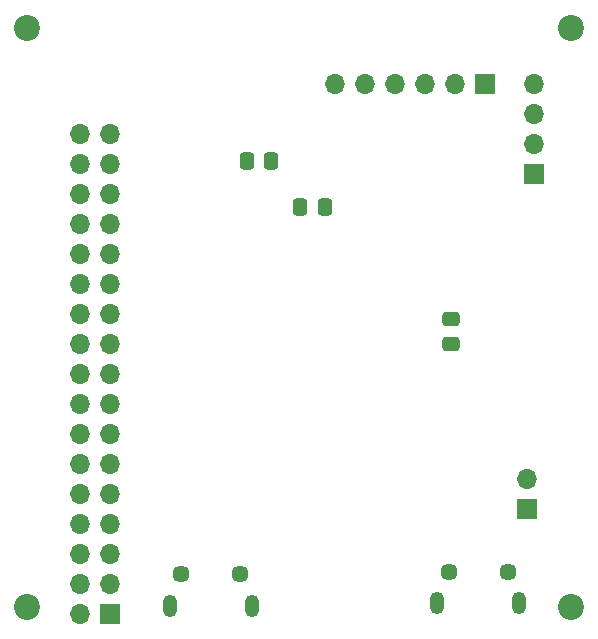
<source format=gbr>
%TF.GenerationSoftware,KiCad,Pcbnew,9.0.0*%
%TF.CreationDate,2025-03-28T00:35:08-07:00*%
%TF.ProjectId,stm32f429vit6_v1,73746d33-3266-4343-9239-766974365f76,rev?*%
%TF.SameCoordinates,Original*%
%TF.FileFunction,Soldermask,Bot*%
%TF.FilePolarity,Negative*%
%FSLAX46Y46*%
G04 Gerber Fmt 4.6, Leading zero omitted, Abs format (unit mm)*
G04 Created by KiCad (PCBNEW 9.0.0) date 2025-03-28 00:35:08*
%MOMM*%
%LPD*%
G01*
G04 APERTURE LIST*
G04 Aperture macros list*
%AMRoundRect*
0 Rectangle with rounded corners*
0 $1 Rounding radius*
0 $2 $3 $4 $5 $6 $7 $8 $9 X,Y pos of 4 corners*
0 Add a 4 corners polygon primitive as box body*
4,1,4,$2,$3,$4,$5,$6,$7,$8,$9,$2,$3,0*
0 Add four circle primitives for the rounded corners*
1,1,$1+$1,$2,$3*
1,1,$1+$1,$4,$5*
1,1,$1+$1,$6,$7*
1,1,$1+$1,$8,$9*
0 Add four rect primitives between the rounded corners*
20,1,$1+$1,$2,$3,$4,$5,0*
20,1,$1+$1,$4,$5,$6,$7,0*
20,1,$1+$1,$6,$7,$8,$9,0*
20,1,$1+$1,$8,$9,$2,$3,0*%
G04 Aperture macros list end*
%ADD10R,1.700000X1.700000*%
%ADD11O,1.700000X1.700000*%
%ADD12C,2.200000*%
%ADD13O,1.200000X1.900000*%
%ADD14C,1.450000*%
%ADD15RoundRect,0.250000X0.337500X0.475000X-0.337500X0.475000X-0.337500X-0.475000X0.337500X-0.475000X0*%
%ADD16RoundRect,0.250000X0.475000X-0.337500X0.475000X0.337500X-0.475000X0.337500X-0.475000X-0.337500X0*%
%ADD17RoundRect,0.250000X-0.337500X-0.475000X0.337500X-0.475000X0.337500X0.475000X-0.337500X0.475000X0*%
G04 APERTURE END LIST*
D10*
%TO.C,J6*%
X163000000Y-104610000D03*
D11*
X160460000Y-104610000D03*
X163000000Y-102070000D03*
X160460000Y-102070000D03*
X163000000Y-99530000D03*
X160460000Y-99530000D03*
X163000000Y-96990000D03*
X160460000Y-96990000D03*
X163000000Y-94450000D03*
X160460000Y-94450000D03*
X163000000Y-91910000D03*
X160460000Y-91910000D03*
X163000000Y-89370000D03*
X160460000Y-89370000D03*
X163000000Y-86830000D03*
X160460000Y-86830000D03*
X163000000Y-84290000D03*
X160460000Y-84290000D03*
X163000000Y-81750000D03*
X160460000Y-81750000D03*
X163000000Y-79210000D03*
X160460000Y-79210000D03*
X163000000Y-76670000D03*
X160460000Y-76670000D03*
X163000000Y-74130000D03*
X160460000Y-74130000D03*
X163000000Y-71590000D03*
X160460000Y-71590000D03*
X163000000Y-69050000D03*
X160460000Y-69050000D03*
X163000000Y-66510000D03*
X160460000Y-66510000D03*
X163000000Y-63970000D03*
X160460000Y-63970000D03*
%TD*%
D12*
%TO.C,H4*%
X156000000Y-104000000D03*
%TD*%
%TO.C,H3*%
X156000000Y-55000000D03*
%TD*%
%TO.C,H2*%
X202000000Y-104000000D03*
%TD*%
%TO.C,H1*%
X202000000Y-55000000D03*
%TD*%
D13*
%TO.C,J2*%
X168050000Y-103987500D03*
D14*
X169050000Y-101287500D03*
X174050000Y-101287500D03*
D13*
X175050000Y-103987500D03*
%TD*%
%TO.C,J4*%
X190670000Y-103740000D03*
D14*
X191670000Y-101040000D03*
X196670000Y-101040000D03*
D13*
X197670000Y-103740000D03*
%TD*%
D10*
%TO.C,J5*%
X198300000Y-95775000D03*
D11*
X198300000Y-93235000D03*
%TD*%
D10*
%TO.C,J3*%
X194800000Y-59750000D03*
D11*
X192260000Y-59750000D03*
X189720000Y-59750000D03*
X187180000Y-59750000D03*
X184640000Y-59750000D03*
X182100000Y-59750000D03*
%TD*%
D10*
%TO.C,J1*%
X198900000Y-67350000D03*
D11*
X198900000Y-64810000D03*
X198900000Y-62270000D03*
X198900000Y-59730000D03*
%TD*%
D15*
%TO.C,C5*%
X176650000Y-66300000D03*
X174575000Y-66300000D03*
%TD*%
D16*
%TO.C,C8*%
X191850000Y-81737500D03*
X191850000Y-79662500D03*
%TD*%
D17*
%TO.C,C17*%
X179112500Y-70200000D03*
X181187500Y-70200000D03*
%TD*%
M02*

</source>
